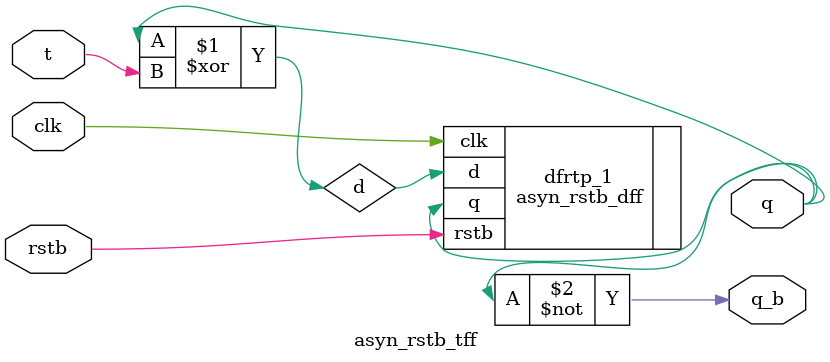
<source format=v>
module asyn_rstb_tff(
input t,clk,rstb,
output wire q,q_b);
wire d;
asyn_rstb_dff dfrtp_1(.clk(clk), .d(d), .rstb(rstb), .q(q));
assign d=q^t;
assign q_b=~q;
endmodule
</source>
